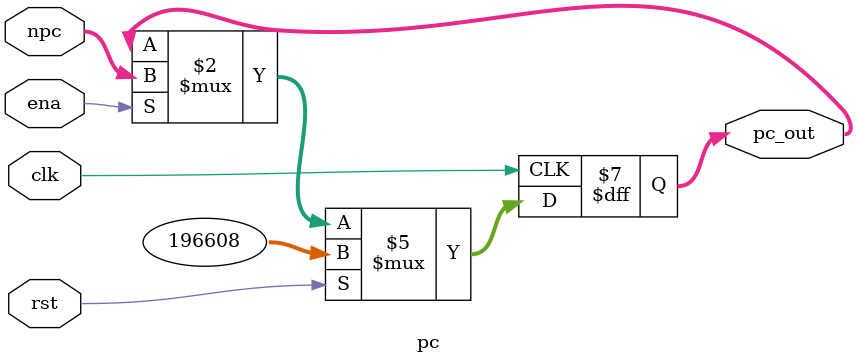
<source format=v>
`timescale 1ns / 1ps


module pc #(parameter width = 32)
    (input ena,clk,rst,
    input [width-1:0] npc,
    // input [31:0] address,
    output reg [width-1:0] pc_out);
    always @(posedge clk)
    if(rst)
        begin
            pc_out<=32'h0x0000_30000;
            
        end
    else if(ena)
        begin
            pc_out<=npc;
        end
    // initial 
    //     pc_out=32'b0;
endmodule

</source>
